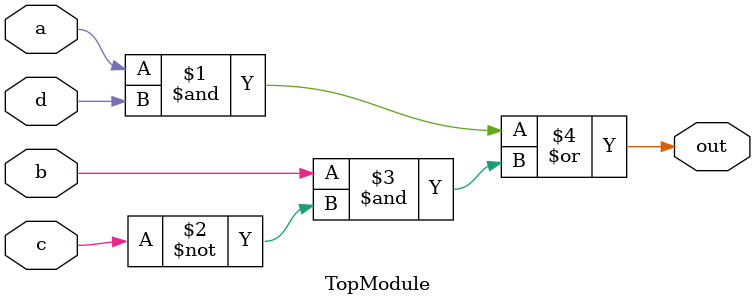
<source format=sv>

module TopModule (
  input a,
  input b,
  input c,
  input d,
  output reg out
);
assign out = (a & d) | (b & ~c); endmodule

// VERILOG-EVAL: endmodule not found

</source>
